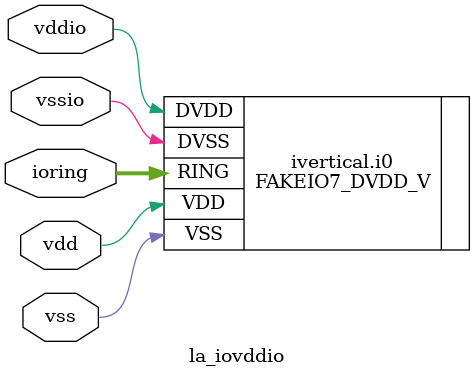
<source format=v>
/*****************************************************************************
 * Function: IO Supply Cell
 * Copyright: Lambda Project Authors. All rights Reserved.
 * License:  MIT (see LICENSE file in Lambda repository)
 *
 * Docs:
 *
 * ../README.md
 *
 ****************************************************************************/
module la_iovddio #(
    parameter PROP  = "DEFAULT",  // cell property
    parameter SIDE  = "NO",       // "NO", "SO", "EA", "WE"
    parameter RINGW = 8           // width of io ring
) (
    inout             vdd,    // core supply
    inout             vss,    // core ground
    inout             vddio,  // io supply
    inout             vssio,  // io ground
    inout [RINGW-1:0] ioring  // generic ioring interface
);

  generate
    if (SIDE == "NO" | SIDE == "SO") begin : ivertical
      FAKEIO7_DVDD_V i0 (
          .DVDD(vddio),
          .DVSS(vssio),
          .VDD (vdd),
          .VSS (vss),
          .RING(ioring)
      );
    end else begin : ihorizontal
      FAKEIO7_DVDD_H i0 (
          .DVDD(vddio),
          .DVSS(vssio),
          .VDD (vdd),
          .VSS (vss),
          .RING(ioring)
      );
    end
  endgenerate

endmodule

</source>
